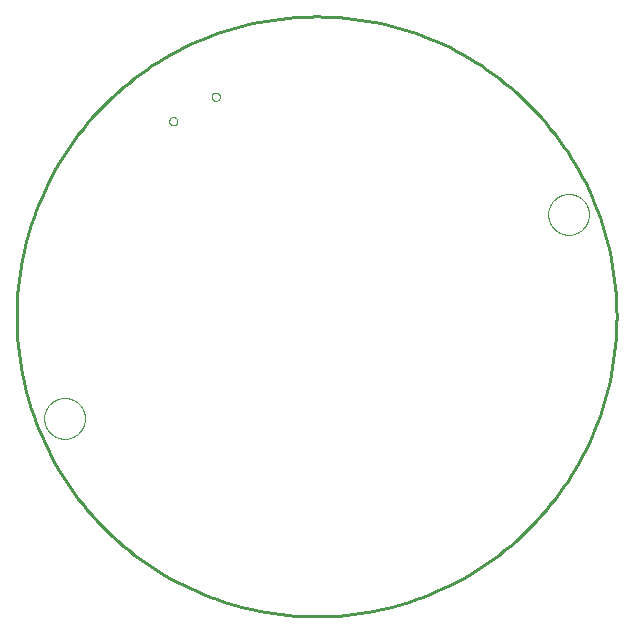
<source format=gko>
G75*
%MOIN*%
%OFA0B0*%
%FSLAX25Y25*%
%IPPOS*%
%LPD*%
%AMOC8*
5,1,8,0,0,1.08239X$1,22.5*
%
%ADD10C,0.01000*%
%ADD11C,0.00000*%
D10*
X0002200Y0101800D02*
X0002229Y0099384D01*
X0002317Y0096969D01*
X0002463Y0094557D01*
X0002667Y0092149D01*
X0002929Y0089746D01*
X0003249Y0087351D01*
X0003627Y0084964D01*
X0004063Y0082587D01*
X0004556Y0080222D01*
X0005106Y0077868D01*
X0005712Y0075529D01*
X0006375Y0073205D01*
X0007094Y0070898D01*
X0007869Y0068609D01*
X0008698Y0066340D01*
X0009583Y0064091D01*
X0010521Y0061864D01*
X0011513Y0059660D01*
X0012557Y0057481D01*
X0013654Y0055328D01*
X0014803Y0053202D01*
X0016003Y0051104D01*
X0017253Y0049036D01*
X0018553Y0046999D01*
X0019902Y0044994D01*
X0021298Y0043021D01*
X0022742Y0041084D01*
X0024233Y0039181D01*
X0025768Y0037316D01*
X0027349Y0035488D01*
X0028973Y0033698D01*
X0030640Y0031949D01*
X0032349Y0030240D01*
X0034098Y0028573D01*
X0035888Y0026949D01*
X0037716Y0025368D01*
X0039581Y0023833D01*
X0041484Y0022342D01*
X0043421Y0020898D01*
X0045394Y0019502D01*
X0047399Y0018153D01*
X0049436Y0016853D01*
X0051504Y0015603D01*
X0053602Y0014403D01*
X0055728Y0013254D01*
X0057881Y0012157D01*
X0060060Y0011113D01*
X0062264Y0010121D01*
X0064491Y0009183D01*
X0066740Y0008298D01*
X0069009Y0007469D01*
X0071298Y0006694D01*
X0073605Y0005975D01*
X0075929Y0005312D01*
X0078268Y0004706D01*
X0080622Y0004156D01*
X0082987Y0003663D01*
X0085364Y0003227D01*
X0087751Y0002849D01*
X0090146Y0002529D01*
X0092549Y0002267D01*
X0094957Y0002063D01*
X0097369Y0001917D01*
X0099784Y0001829D01*
X0102200Y0001800D01*
X0104616Y0001829D01*
X0107031Y0001917D01*
X0109443Y0002063D01*
X0111851Y0002267D01*
X0114254Y0002529D01*
X0116649Y0002849D01*
X0119036Y0003227D01*
X0121413Y0003663D01*
X0123778Y0004156D01*
X0126132Y0004706D01*
X0128471Y0005312D01*
X0130795Y0005975D01*
X0133102Y0006694D01*
X0135391Y0007469D01*
X0137660Y0008298D01*
X0139909Y0009183D01*
X0142136Y0010121D01*
X0144340Y0011113D01*
X0146519Y0012157D01*
X0148672Y0013254D01*
X0150798Y0014403D01*
X0152896Y0015603D01*
X0154964Y0016853D01*
X0157001Y0018153D01*
X0159006Y0019502D01*
X0160979Y0020898D01*
X0162916Y0022342D01*
X0164819Y0023833D01*
X0166684Y0025368D01*
X0168512Y0026949D01*
X0170302Y0028573D01*
X0172051Y0030240D01*
X0173760Y0031949D01*
X0175427Y0033698D01*
X0177051Y0035488D01*
X0178632Y0037316D01*
X0180167Y0039181D01*
X0181658Y0041084D01*
X0183102Y0043021D01*
X0184498Y0044994D01*
X0185847Y0046999D01*
X0187147Y0049036D01*
X0188397Y0051104D01*
X0189597Y0053202D01*
X0190746Y0055328D01*
X0191843Y0057481D01*
X0192887Y0059660D01*
X0193879Y0061864D01*
X0194817Y0064091D01*
X0195702Y0066340D01*
X0196531Y0068609D01*
X0197306Y0070898D01*
X0198025Y0073205D01*
X0198688Y0075529D01*
X0199294Y0077868D01*
X0199844Y0080222D01*
X0200337Y0082587D01*
X0200773Y0084964D01*
X0201151Y0087351D01*
X0201471Y0089746D01*
X0201733Y0092149D01*
X0201937Y0094557D01*
X0202083Y0096969D01*
X0202171Y0099384D01*
X0202200Y0101800D01*
X0202171Y0104216D01*
X0202083Y0106631D01*
X0201937Y0109043D01*
X0201733Y0111451D01*
X0201471Y0113854D01*
X0201151Y0116249D01*
X0200773Y0118636D01*
X0200337Y0121013D01*
X0199844Y0123378D01*
X0199294Y0125732D01*
X0198688Y0128071D01*
X0198025Y0130395D01*
X0197306Y0132702D01*
X0196531Y0134991D01*
X0195702Y0137260D01*
X0194817Y0139509D01*
X0193879Y0141736D01*
X0192887Y0143940D01*
X0191843Y0146119D01*
X0190746Y0148272D01*
X0189597Y0150398D01*
X0188397Y0152496D01*
X0187147Y0154564D01*
X0185847Y0156601D01*
X0184498Y0158606D01*
X0183102Y0160579D01*
X0181658Y0162516D01*
X0180167Y0164419D01*
X0178632Y0166284D01*
X0177051Y0168112D01*
X0175427Y0169902D01*
X0173760Y0171651D01*
X0172051Y0173360D01*
X0170302Y0175027D01*
X0168512Y0176651D01*
X0166684Y0178232D01*
X0164819Y0179767D01*
X0162916Y0181258D01*
X0160979Y0182702D01*
X0159006Y0184098D01*
X0157001Y0185447D01*
X0154964Y0186747D01*
X0152896Y0187997D01*
X0150798Y0189197D01*
X0148672Y0190346D01*
X0146519Y0191443D01*
X0144340Y0192487D01*
X0142136Y0193479D01*
X0139909Y0194417D01*
X0137660Y0195302D01*
X0135391Y0196131D01*
X0133102Y0196906D01*
X0130795Y0197625D01*
X0128471Y0198288D01*
X0126132Y0198894D01*
X0123778Y0199444D01*
X0121413Y0199937D01*
X0119036Y0200373D01*
X0116649Y0200751D01*
X0114254Y0201071D01*
X0111851Y0201333D01*
X0109443Y0201537D01*
X0107031Y0201683D01*
X0104616Y0201771D01*
X0102200Y0201800D01*
X0099784Y0201771D01*
X0097369Y0201683D01*
X0094957Y0201537D01*
X0092549Y0201333D01*
X0090146Y0201071D01*
X0087751Y0200751D01*
X0085364Y0200373D01*
X0082987Y0199937D01*
X0080622Y0199444D01*
X0078268Y0198894D01*
X0075929Y0198288D01*
X0073605Y0197625D01*
X0071298Y0196906D01*
X0069009Y0196131D01*
X0066740Y0195302D01*
X0064491Y0194417D01*
X0062264Y0193479D01*
X0060060Y0192487D01*
X0057881Y0191443D01*
X0055728Y0190346D01*
X0053602Y0189197D01*
X0051504Y0187997D01*
X0049436Y0186747D01*
X0047399Y0185447D01*
X0045394Y0184098D01*
X0043421Y0182702D01*
X0041484Y0181258D01*
X0039581Y0179767D01*
X0037716Y0178232D01*
X0035888Y0176651D01*
X0034098Y0175027D01*
X0032349Y0173360D01*
X0030640Y0171651D01*
X0028973Y0169902D01*
X0027349Y0168112D01*
X0025768Y0166284D01*
X0024233Y0164419D01*
X0022742Y0162516D01*
X0021298Y0160579D01*
X0019902Y0158606D01*
X0018553Y0156601D01*
X0017253Y0154564D01*
X0016003Y0152496D01*
X0014803Y0150398D01*
X0013654Y0148272D01*
X0012557Y0146119D01*
X0011513Y0143940D01*
X0010521Y0141736D01*
X0009583Y0139509D01*
X0008698Y0137260D01*
X0007869Y0134991D01*
X0007094Y0132702D01*
X0006375Y0130395D01*
X0005712Y0128071D01*
X0005106Y0125732D01*
X0004556Y0123378D01*
X0004063Y0121013D01*
X0003627Y0118636D01*
X0003249Y0116249D01*
X0002929Y0113854D01*
X0002667Y0111451D01*
X0002463Y0109043D01*
X0002317Y0106631D01*
X0002229Y0104216D01*
X0002200Y0101800D01*
D11*
X0011400Y0067800D02*
X0011402Y0067967D01*
X0011408Y0068134D01*
X0011418Y0068300D01*
X0011433Y0068467D01*
X0011451Y0068632D01*
X0011474Y0068798D01*
X0011500Y0068963D01*
X0011531Y0069127D01*
X0011565Y0069290D01*
X0011604Y0069452D01*
X0011646Y0069614D01*
X0011693Y0069774D01*
X0011743Y0069933D01*
X0011798Y0070091D01*
X0011856Y0070247D01*
X0011918Y0070402D01*
X0011983Y0070556D01*
X0012053Y0070707D01*
X0012126Y0070857D01*
X0012203Y0071005D01*
X0012283Y0071152D01*
X0012367Y0071296D01*
X0012455Y0071438D01*
X0012546Y0071578D01*
X0012640Y0071715D01*
X0012738Y0071851D01*
X0012839Y0071984D01*
X0012944Y0072114D01*
X0013051Y0072242D01*
X0013162Y0072367D01*
X0013275Y0072489D01*
X0013392Y0072608D01*
X0013511Y0072725D01*
X0013633Y0072838D01*
X0013758Y0072949D01*
X0013886Y0073056D01*
X0014016Y0073161D01*
X0014149Y0073262D01*
X0014285Y0073360D01*
X0014422Y0073454D01*
X0014562Y0073545D01*
X0014704Y0073633D01*
X0014848Y0073717D01*
X0014995Y0073797D01*
X0015143Y0073874D01*
X0015293Y0073947D01*
X0015444Y0074017D01*
X0015598Y0074082D01*
X0015753Y0074144D01*
X0015909Y0074202D01*
X0016067Y0074257D01*
X0016226Y0074307D01*
X0016386Y0074354D01*
X0016548Y0074396D01*
X0016710Y0074435D01*
X0016873Y0074469D01*
X0017037Y0074500D01*
X0017202Y0074526D01*
X0017368Y0074549D01*
X0017533Y0074567D01*
X0017700Y0074582D01*
X0017866Y0074592D01*
X0018033Y0074598D01*
X0018200Y0074600D01*
X0018367Y0074598D01*
X0018534Y0074592D01*
X0018700Y0074582D01*
X0018867Y0074567D01*
X0019032Y0074549D01*
X0019198Y0074526D01*
X0019363Y0074500D01*
X0019527Y0074469D01*
X0019690Y0074435D01*
X0019852Y0074396D01*
X0020014Y0074354D01*
X0020174Y0074307D01*
X0020333Y0074257D01*
X0020491Y0074202D01*
X0020647Y0074144D01*
X0020802Y0074082D01*
X0020956Y0074017D01*
X0021107Y0073947D01*
X0021257Y0073874D01*
X0021405Y0073797D01*
X0021552Y0073717D01*
X0021696Y0073633D01*
X0021838Y0073545D01*
X0021978Y0073454D01*
X0022115Y0073360D01*
X0022251Y0073262D01*
X0022384Y0073161D01*
X0022514Y0073056D01*
X0022642Y0072949D01*
X0022767Y0072838D01*
X0022889Y0072725D01*
X0023008Y0072608D01*
X0023125Y0072489D01*
X0023238Y0072367D01*
X0023349Y0072242D01*
X0023456Y0072114D01*
X0023561Y0071984D01*
X0023662Y0071851D01*
X0023760Y0071715D01*
X0023854Y0071578D01*
X0023945Y0071438D01*
X0024033Y0071296D01*
X0024117Y0071152D01*
X0024197Y0071005D01*
X0024274Y0070857D01*
X0024347Y0070707D01*
X0024417Y0070556D01*
X0024482Y0070402D01*
X0024544Y0070247D01*
X0024602Y0070091D01*
X0024657Y0069933D01*
X0024707Y0069774D01*
X0024754Y0069614D01*
X0024796Y0069452D01*
X0024835Y0069290D01*
X0024869Y0069127D01*
X0024900Y0068963D01*
X0024926Y0068798D01*
X0024949Y0068632D01*
X0024967Y0068467D01*
X0024982Y0068300D01*
X0024992Y0068134D01*
X0024998Y0067967D01*
X0025000Y0067800D01*
X0024998Y0067633D01*
X0024992Y0067466D01*
X0024982Y0067300D01*
X0024967Y0067133D01*
X0024949Y0066968D01*
X0024926Y0066802D01*
X0024900Y0066637D01*
X0024869Y0066473D01*
X0024835Y0066310D01*
X0024796Y0066148D01*
X0024754Y0065986D01*
X0024707Y0065826D01*
X0024657Y0065667D01*
X0024602Y0065509D01*
X0024544Y0065353D01*
X0024482Y0065198D01*
X0024417Y0065044D01*
X0024347Y0064893D01*
X0024274Y0064743D01*
X0024197Y0064595D01*
X0024117Y0064448D01*
X0024033Y0064304D01*
X0023945Y0064162D01*
X0023854Y0064022D01*
X0023760Y0063885D01*
X0023662Y0063749D01*
X0023561Y0063616D01*
X0023456Y0063486D01*
X0023349Y0063358D01*
X0023238Y0063233D01*
X0023125Y0063111D01*
X0023008Y0062992D01*
X0022889Y0062875D01*
X0022767Y0062762D01*
X0022642Y0062651D01*
X0022514Y0062544D01*
X0022384Y0062439D01*
X0022251Y0062338D01*
X0022115Y0062240D01*
X0021978Y0062146D01*
X0021838Y0062055D01*
X0021696Y0061967D01*
X0021552Y0061883D01*
X0021405Y0061803D01*
X0021257Y0061726D01*
X0021107Y0061653D01*
X0020956Y0061583D01*
X0020802Y0061518D01*
X0020647Y0061456D01*
X0020491Y0061398D01*
X0020333Y0061343D01*
X0020174Y0061293D01*
X0020014Y0061246D01*
X0019852Y0061204D01*
X0019690Y0061165D01*
X0019527Y0061131D01*
X0019363Y0061100D01*
X0019198Y0061074D01*
X0019032Y0061051D01*
X0018867Y0061033D01*
X0018700Y0061018D01*
X0018534Y0061008D01*
X0018367Y0061002D01*
X0018200Y0061000D01*
X0018033Y0061002D01*
X0017866Y0061008D01*
X0017700Y0061018D01*
X0017533Y0061033D01*
X0017368Y0061051D01*
X0017202Y0061074D01*
X0017037Y0061100D01*
X0016873Y0061131D01*
X0016710Y0061165D01*
X0016548Y0061204D01*
X0016386Y0061246D01*
X0016226Y0061293D01*
X0016067Y0061343D01*
X0015909Y0061398D01*
X0015753Y0061456D01*
X0015598Y0061518D01*
X0015444Y0061583D01*
X0015293Y0061653D01*
X0015143Y0061726D01*
X0014995Y0061803D01*
X0014848Y0061883D01*
X0014704Y0061967D01*
X0014562Y0062055D01*
X0014422Y0062146D01*
X0014285Y0062240D01*
X0014149Y0062338D01*
X0014016Y0062439D01*
X0013886Y0062544D01*
X0013758Y0062651D01*
X0013633Y0062762D01*
X0013511Y0062875D01*
X0013392Y0062992D01*
X0013275Y0063111D01*
X0013162Y0063233D01*
X0013051Y0063358D01*
X0012944Y0063486D01*
X0012839Y0063616D01*
X0012738Y0063749D01*
X0012640Y0063885D01*
X0012546Y0064022D01*
X0012455Y0064162D01*
X0012367Y0064304D01*
X0012283Y0064448D01*
X0012203Y0064595D01*
X0012126Y0064743D01*
X0012053Y0064893D01*
X0011983Y0065044D01*
X0011918Y0065198D01*
X0011856Y0065353D01*
X0011798Y0065509D01*
X0011743Y0065667D01*
X0011693Y0065826D01*
X0011646Y0065986D01*
X0011604Y0066148D01*
X0011565Y0066310D01*
X0011531Y0066473D01*
X0011500Y0066637D01*
X0011474Y0066802D01*
X0011451Y0066968D01*
X0011433Y0067133D01*
X0011418Y0067300D01*
X0011408Y0067466D01*
X0011402Y0067633D01*
X0011400Y0067800D01*
X0053070Y0166862D02*
X0053072Y0166936D01*
X0053078Y0167010D01*
X0053088Y0167083D01*
X0053102Y0167156D01*
X0053119Y0167228D01*
X0053141Y0167298D01*
X0053166Y0167368D01*
X0053195Y0167436D01*
X0053228Y0167502D01*
X0053264Y0167567D01*
X0053304Y0167629D01*
X0053346Y0167690D01*
X0053392Y0167748D01*
X0053441Y0167803D01*
X0053493Y0167856D01*
X0053548Y0167906D01*
X0053605Y0167952D01*
X0053665Y0167996D01*
X0053727Y0168036D01*
X0053791Y0168073D01*
X0053857Y0168107D01*
X0053925Y0168137D01*
X0053994Y0168163D01*
X0054065Y0168186D01*
X0054136Y0168204D01*
X0054209Y0168219D01*
X0054282Y0168230D01*
X0054356Y0168237D01*
X0054430Y0168240D01*
X0054503Y0168239D01*
X0054577Y0168234D01*
X0054651Y0168225D01*
X0054724Y0168212D01*
X0054796Y0168195D01*
X0054867Y0168175D01*
X0054937Y0168150D01*
X0055005Y0168122D01*
X0055072Y0168091D01*
X0055137Y0168055D01*
X0055200Y0168017D01*
X0055261Y0167975D01*
X0055320Y0167929D01*
X0055376Y0167881D01*
X0055429Y0167830D01*
X0055479Y0167776D01*
X0055527Y0167719D01*
X0055571Y0167660D01*
X0055613Y0167598D01*
X0055651Y0167535D01*
X0055685Y0167469D01*
X0055716Y0167402D01*
X0055743Y0167333D01*
X0055766Y0167263D01*
X0055786Y0167192D01*
X0055802Y0167119D01*
X0055814Y0167046D01*
X0055822Y0166973D01*
X0055826Y0166899D01*
X0055826Y0166825D01*
X0055822Y0166751D01*
X0055814Y0166678D01*
X0055802Y0166605D01*
X0055786Y0166532D01*
X0055766Y0166461D01*
X0055743Y0166391D01*
X0055716Y0166322D01*
X0055685Y0166255D01*
X0055651Y0166189D01*
X0055613Y0166126D01*
X0055571Y0166064D01*
X0055527Y0166005D01*
X0055479Y0165948D01*
X0055429Y0165894D01*
X0055376Y0165843D01*
X0055320Y0165795D01*
X0055261Y0165749D01*
X0055200Y0165707D01*
X0055137Y0165669D01*
X0055072Y0165633D01*
X0055005Y0165602D01*
X0054937Y0165574D01*
X0054867Y0165549D01*
X0054796Y0165529D01*
X0054724Y0165512D01*
X0054651Y0165499D01*
X0054577Y0165490D01*
X0054503Y0165485D01*
X0054430Y0165484D01*
X0054356Y0165487D01*
X0054282Y0165494D01*
X0054209Y0165505D01*
X0054136Y0165520D01*
X0054065Y0165538D01*
X0053994Y0165561D01*
X0053925Y0165587D01*
X0053857Y0165617D01*
X0053791Y0165651D01*
X0053727Y0165688D01*
X0053665Y0165728D01*
X0053605Y0165772D01*
X0053548Y0165818D01*
X0053493Y0165868D01*
X0053441Y0165921D01*
X0053392Y0165976D01*
X0053346Y0166034D01*
X0053304Y0166095D01*
X0053264Y0166157D01*
X0053228Y0166222D01*
X0053195Y0166288D01*
X0053166Y0166356D01*
X0053141Y0166426D01*
X0053119Y0166496D01*
X0053102Y0166568D01*
X0053088Y0166641D01*
X0053078Y0166714D01*
X0053072Y0166788D01*
X0053070Y0166862D01*
X0067220Y0175031D02*
X0067222Y0175105D01*
X0067228Y0175179D01*
X0067238Y0175252D01*
X0067252Y0175325D01*
X0067269Y0175397D01*
X0067291Y0175467D01*
X0067316Y0175537D01*
X0067345Y0175605D01*
X0067378Y0175671D01*
X0067414Y0175736D01*
X0067454Y0175798D01*
X0067496Y0175859D01*
X0067542Y0175917D01*
X0067591Y0175972D01*
X0067643Y0176025D01*
X0067698Y0176075D01*
X0067755Y0176121D01*
X0067815Y0176165D01*
X0067877Y0176205D01*
X0067941Y0176242D01*
X0068007Y0176276D01*
X0068075Y0176306D01*
X0068144Y0176332D01*
X0068215Y0176355D01*
X0068286Y0176373D01*
X0068359Y0176388D01*
X0068432Y0176399D01*
X0068506Y0176406D01*
X0068580Y0176409D01*
X0068653Y0176408D01*
X0068727Y0176403D01*
X0068801Y0176394D01*
X0068874Y0176381D01*
X0068946Y0176364D01*
X0069017Y0176344D01*
X0069087Y0176319D01*
X0069155Y0176291D01*
X0069222Y0176260D01*
X0069287Y0176224D01*
X0069350Y0176186D01*
X0069411Y0176144D01*
X0069470Y0176098D01*
X0069526Y0176050D01*
X0069579Y0175999D01*
X0069629Y0175945D01*
X0069677Y0175888D01*
X0069721Y0175829D01*
X0069763Y0175767D01*
X0069801Y0175704D01*
X0069835Y0175638D01*
X0069866Y0175571D01*
X0069893Y0175502D01*
X0069916Y0175432D01*
X0069936Y0175361D01*
X0069952Y0175288D01*
X0069964Y0175215D01*
X0069972Y0175142D01*
X0069976Y0175068D01*
X0069976Y0174994D01*
X0069972Y0174920D01*
X0069964Y0174847D01*
X0069952Y0174774D01*
X0069936Y0174701D01*
X0069916Y0174630D01*
X0069893Y0174560D01*
X0069866Y0174491D01*
X0069835Y0174424D01*
X0069801Y0174358D01*
X0069763Y0174295D01*
X0069721Y0174233D01*
X0069677Y0174174D01*
X0069629Y0174117D01*
X0069579Y0174063D01*
X0069526Y0174012D01*
X0069470Y0173964D01*
X0069411Y0173918D01*
X0069350Y0173876D01*
X0069287Y0173838D01*
X0069222Y0173802D01*
X0069155Y0173771D01*
X0069087Y0173743D01*
X0069017Y0173718D01*
X0068946Y0173698D01*
X0068874Y0173681D01*
X0068801Y0173668D01*
X0068727Y0173659D01*
X0068653Y0173654D01*
X0068580Y0173653D01*
X0068506Y0173656D01*
X0068432Y0173663D01*
X0068359Y0173674D01*
X0068286Y0173689D01*
X0068215Y0173707D01*
X0068144Y0173730D01*
X0068075Y0173756D01*
X0068007Y0173786D01*
X0067941Y0173820D01*
X0067877Y0173857D01*
X0067815Y0173897D01*
X0067755Y0173941D01*
X0067698Y0173987D01*
X0067643Y0174037D01*
X0067591Y0174090D01*
X0067542Y0174145D01*
X0067496Y0174203D01*
X0067454Y0174264D01*
X0067414Y0174326D01*
X0067378Y0174391D01*
X0067345Y0174457D01*
X0067316Y0174525D01*
X0067291Y0174595D01*
X0067269Y0174665D01*
X0067252Y0174737D01*
X0067238Y0174810D01*
X0067228Y0174883D01*
X0067222Y0174957D01*
X0067220Y0175031D01*
X0179400Y0135800D02*
X0179402Y0135967D01*
X0179408Y0136134D01*
X0179418Y0136300D01*
X0179433Y0136467D01*
X0179451Y0136632D01*
X0179474Y0136798D01*
X0179500Y0136963D01*
X0179531Y0137127D01*
X0179565Y0137290D01*
X0179604Y0137452D01*
X0179646Y0137614D01*
X0179693Y0137774D01*
X0179743Y0137933D01*
X0179798Y0138091D01*
X0179856Y0138247D01*
X0179918Y0138402D01*
X0179983Y0138556D01*
X0180053Y0138707D01*
X0180126Y0138857D01*
X0180203Y0139005D01*
X0180283Y0139152D01*
X0180367Y0139296D01*
X0180455Y0139438D01*
X0180546Y0139578D01*
X0180640Y0139715D01*
X0180738Y0139851D01*
X0180839Y0139984D01*
X0180944Y0140114D01*
X0181051Y0140242D01*
X0181162Y0140367D01*
X0181275Y0140489D01*
X0181392Y0140608D01*
X0181511Y0140725D01*
X0181633Y0140838D01*
X0181758Y0140949D01*
X0181886Y0141056D01*
X0182016Y0141161D01*
X0182149Y0141262D01*
X0182285Y0141360D01*
X0182422Y0141454D01*
X0182562Y0141545D01*
X0182704Y0141633D01*
X0182848Y0141717D01*
X0182995Y0141797D01*
X0183143Y0141874D01*
X0183293Y0141947D01*
X0183444Y0142017D01*
X0183598Y0142082D01*
X0183753Y0142144D01*
X0183909Y0142202D01*
X0184067Y0142257D01*
X0184226Y0142307D01*
X0184386Y0142354D01*
X0184548Y0142396D01*
X0184710Y0142435D01*
X0184873Y0142469D01*
X0185037Y0142500D01*
X0185202Y0142526D01*
X0185368Y0142549D01*
X0185533Y0142567D01*
X0185700Y0142582D01*
X0185866Y0142592D01*
X0186033Y0142598D01*
X0186200Y0142600D01*
X0186367Y0142598D01*
X0186534Y0142592D01*
X0186700Y0142582D01*
X0186867Y0142567D01*
X0187032Y0142549D01*
X0187198Y0142526D01*
X0187363Y0142500D01*
X0187527Y0142469D01*
X0187690Y0142435D01*
X0187852Y0142396D01*
X0188014Y0142354D01*
X0188174Y0142307D01*
X0188333Y0142257D01*
X0188491Y0142202D01*
X0188647Y0142144D01*
X0188802Y0142082D01*
X0188956Y0142017D01*
X0189107Y0141947D01*
X0189257Y0141874D01*
X0189405Y0141797D01*
X0189552Y0141717D01*
X0189696Y0141633D01*
X0189838Y0141545D01*
X0189978Y0141454D01*
X0190115Y0141360D01*
X0190251Y0141262D01*
X0190384Y0141161D01*
X0190514Y0141056D01*
X0190642Y0140949D01*
X0190767Y0140838D01*
X0190889Y0140725D01*
X0191008Y0140608D01*
X0191125Y0140489D01*
X0191238Y0140367D01*
X0191349Y0140242D01*
X0191456Y0140114D01*
X0191561Y0139984D01*
X0191662Y0139851D01*
X0191760Y0139715D01*
X0191854Y0139578D01*
X0191945Y0139438D01*
X0192033Y0139296D01*
X0192117Y0139152D01*
X0192197Y0139005D01*
X0192274Y0138857D01*
X0192347Y0138707D01*
X0192417Y0138556D01*
X0192482Y0138402D01*
X0192544Y0138247D01*
X0192602Y0138091D01*
X0192657Y0137933D01*
X0192707Y0137774D01*
X0192754Y0137614D01*
X0192796Y0137452D01*
X0192835Y0137290D01*
X0192869Y0137127D01*
X0192900Y0136963D01*
X0192926Y0136798D01*
X0192949Y0136632D01*
X0192967Y0136467D01*
X0192982Y0136300D01*
X0192992Y0136134D01*
X0192998Y0135967D01*
X0193000Y0135800D01*
X0192998Y0135633D01*
X0192992Y0135466D01*
X0192982Y0135300D01*
X0192967Y0135133D01*
X0192949Y0134968D01*
X0192926Y0134802D01*
X0192900Y0134637D01*
X0192869Y0134473D01*
X0192835Y0134310D01*
X0192796Y0134148D01*
X0192754Y0133986D01*
X0192707Y0133826D01*
X0192657Y0133667D01*
X0192602Y0133509D01*
X0192544Y0133353D01*
X0192482Y0133198D01*
X0192417Y0133044D01*
X0192347Y0132893D01*
X0192274Y0132743D01*
X0192197Y0132595D01*
X0192117Y0132448D01*
X0192033Y0132304D01*
X0191945Y0132162D01*
X0191854Y0132022D01*
X0191760Y0131885D01*
X0191662Y0131749D01*
X0191561Y0131616D01*
X0191456Y0131486D01*
X0191349Y0131358D01*
X0191238Y0131233D01*
X0191125Y0131111D01*
X0191008Y0130992D01*
X0190889Y0130875D01*
X0190767Y0130762D01*
X0190642Y0130651D01*
X0190514Y0130544D01*
X0190384Y0130439D01*
X0190251Y0130338D01*
X0190115Y0130240D01*
X0189978Y0130146D01*
X0189838Y0130055D01*
X0189696Y0129967D01*
X0189552Y0129883D01*
X0189405Y0129803D01*
X0189257Y0129726D01*
X0189107Y0129653D01*
X0188956Y0129583D01*
X0188802Y0129518D01*
X0188647Y0129456D01*
X0188491Y0129398D01*
X0188333Y0129343D01*
X0188174Y0129293D01*
X0188014Y0129246D01*
X0187852Y0129204D01*
X0187690Y0129165D01*
X0187527Y0129131D01*
X0187363Y0129100D01*
X0187198Y0129074D01*
X0187032Y0129051D01*
X0186867Y0129033D01*
X0186700Y0129018D01*
X0186534Y0129008D01*
X0186367Y0129002D01*
X0186200Y0129000D01*
X0186033Y0129002D01*
X0185866Y0129008D01*
X0185700Y0129018D01*
X0185533Y0129033D01*
X0185368Y0129051D01*
X0185202Y0129074D01*
X0185037Y0129100D01*
X0184873Y0129131D01*
X0184710Y0129165D01*
X0184548Y0129204D01*
X0184386Y0129246D01*
X0184226Y0129293D01*
X0184067Y0129343D01*
X0183909Y0129398D01*
X0183753Y0129456D01*
X0183598Y0129518D01*
X0183444Y0129583D01*
X0183293Y0129653D01*
X0183143Y0129726D01*
X0182995Y0129803D01*
X0182848Y0129883D01*
X0182704Y0129967D01*
X0182562Y0130055D01*
X0182422Y0130146D01*
X0182285Y0130240D01*
X0182149Y0130338D01*
X0182016Y0130439D01*
X0181886Y0130544D01*
X0181758Y0130651D01*
X0181633Y0130762D01*
X0181511Y0130875D01*
X0181392Y0130992D01*
X0181275Y0131111D01*
X0181162Y0131233D01*
X0181051Y0131358D01*
X0180944Y0131486D01*
X0180839Y0131616D01*
X0180738Y0131749D01*
X0180640Y0131885D01*
X0180546Y0132022D01*
X0180455Y0132162D01*
X0180367Y0132304D01*
X0180283Y0132448D01*
X0180203Y0132595D01*
X0180126Y0132743D01*
X0180053Y0132893D01*
X0179983Y0133044D01*
X0179918Y0133198D01*
X0179856Y0133353D01*
X0179798Y0133509D01*
X0179743Y0133667D01*
X0179693Y0133826D01*
X0179646Y0133986D01*
X0179604Y0134148D01*
X0179565Y0134310D01*
X0179531Y0134473D01*
X0179500Y0134637D01*
X0179474Y0134802D01*
X0179451Y0134968D01*
X0179433Y0135133D01*
X0179418Y0135300D01*
X0179408Y0135466D01*
X0179402Y0135633D01*
X0179400Y0135800D01*
M02*

</source>
